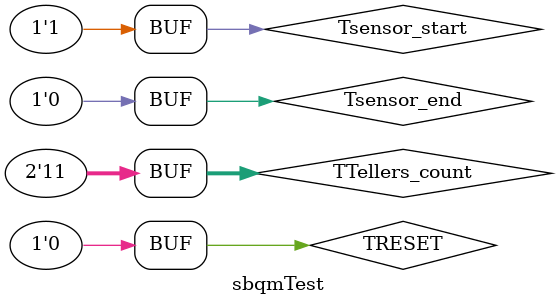
<source format=v>
`timescale 1s/1s
module sbqmTest
();
reg Tsensor_start, Tsensor_end, TRESET;
reg [1:0] TTellers_count;
wire TFull_flag, TEmpty_flag;
wire [2:0] TPeople_count;
wire [4:0] TWaitTime;

SBqM test(
    .sensor_start(Tsensor_start),
    .sensor_end(Tsensor_end),
    .RESET(TRESET),
    .Tellers_count(TTellers_count),
    .Full_flag(TFull_flag),
    .Empty_flag(TEmpty_flag),
    .People_count(TPeople_count),
    .WaitTime(TWaitTime)
);
initial begin
    TRESET = 1'b0; // Empty Flag =1 , pcount =0
    Tsensor_end = 1'b1;
    Tsensor_start = 1'b1; 
    TTellers_count =2'b00;

    //all possible values in case of Tcount= 01 (1)

    #5
    TRESET = 1'b1;
    TTellers_count = 2'b01;
    Tsensor_end = 1'b1;
    Tsensor_start = 1'b1; // stays at zero displaying message that system is ready
    #5
    Tsensor_start = 1'b0; // pcount increments by 1 becomes => 1
    #5
    Tsensor_start = 1'b1;
    #5
    Tsensor_start = 1'b0; // pcount increments by 1 becomes => 2
    #5
    Tsensor_start = 1'b1;
    #5
    Tsensor_start = 1'b0; // pcount increments by 1 becomes => 3
    #5
    Tsensor_start = 1'b1;
    #5
    Tsensor_start = 1'b0; // pcount increments by 1 becomes => 4
    #5
    Tsensor_start = 1'b1;
    #5
    Tsensor_start = 1'b0; // pcount increments by 1 becomes => 5
    #5
    Tsensor_start = 1'b1;
    #5
    Tsensor_start = 1'b0; // pcount increments by 1 becomes => 6
    #5
    Tsensor_start = 1'b1;
    #5
    Tsensor_start = 1'b0; // pcount increments by 1 becomes => 7
    #5
    Tsensor_start = 1'b1;
    #5
    Tsensor_start = 1'b0; // pcount stays at 7 with warning message and Full Flag = 1
    #5
    Tsensor_start = 1'b1;
    #5
    Tsensor_end = 1'b0; // pcount decrements by 1 becomes => 6
    #5
    Tsensor_end = 1'b1;
    #5
    Tsensor_end = 1'b0; // pcount decrements by 1 becomes => 5
    #5
    Tsensor_end = 1'b1;
    #5
    Tsensor_end = 1'b0; // pcount decrements by 1 becomes => 4
    #5
    Tsensor_end = 1'b1;
    #5
    Tsensor_end = 1'b0; // pcount decrements by 1 becomes => 3
    #5
    Tsensor_end = 1'b1;
    #5
    Tsensor_end = 1'b0; // pcount decrements by 1 becomes => 2
    #5
    Tsensor_end = 1'b1;
    #5
    Tsensor_end = 1'b0; // pcount decrements by 1 becomes => 1
    #5
    Tsensor_end = 1'b1;
    #5
    Tsensor_end = 1'b0; // pcount decrements by 1 becomes => 0
    #5
    Tsensor_end = 1'b1;
    #5
    Tsensor_end = 1'b0; // pcount stays at 0, pops up mesaage indicates that the queue is empty, Empty flag=1 
    #5
    TRESET = 1'b0; //resets the system again > Pcount=0, full flag=0, empty flag=1
    Tsensor_end = 1'b1;
    Tsensor_start = 1'b1;
    #5

    //all possible values in case of Tcount= 10 (2)

    TRESET = 1'b1;
    TTellers_count = 2'b10;
    Tsensor_end = 1'b1;
    Tsensor_start = 1'b1; // stays at zero displaying message that system is ready
    #5
    Tsensor_start = 1'b0; // pcount increments by 1 becomes => 1
    #5
    Tsensor_start = 1'b1;
    #5
    Tsensor_start = 1'b0; // pcount increments by 1 becomes => 2
    #5
    Tsensor_start = 1'b1;
    #5
    Tsensor_start = 1'b0; // pcount increments by 1 becomes => 3
    #5
    Tsensor_start = 1'b1;
    #5
    Tsensor_start = 1'b0; // pcount increments by 1 becomes => 4
    #5
    Tsensor_start = 1'b1;
    #5
    Tsensor_start = 1'b0; // pcount increments by 1 becomes => 5
    #5
    Tsensor_start = 1'b1;
    #5
    Tsensor_start = 1'b0; // pcount increments by 1 becomes => 6
    #5
    Tsensor_start = 1'b1;
    #5
    Tsensor_start = 1'b0; // pcount increments by 1 becomes => 7
    #5
    Tsensor_start = 1'b1;
    #5
    Tsensor_start = 1'b0; // pcount stays at 7 with warning message and Full Flag = 1
    #5
    Tsensor_start = 1'b1;
    #5
    Tsensor_end = 1'b0; // pcount decrements by 1 becomes => 6
    #5
    Tsensor_end = 1'b1;
    #5
    Tsensor_end = 1'b0; // pcount decrements by 1 becomes => 5
    #5
    Tsensor_end = 1'b1;
    #5
    Tsensor_end = 1'b0; // pcount decrements by 1 becomes => 4
    #5
    Tsensor_end = 1'b1;
    #5
    Tsensor_end = 1'b0; // pcount decrements by 1 becomes => 3
    #5
    Tsensor_end = 1'b1;
    #5
    Tsensor_end = 1'b0; // pcount decrements by 1 becomes => 2
    #5
    Tsensor_end = 1'b1;
    #5
    Tsensor_end = 1'b0; // pcount decrements by 1 becomes => 1
    #5
    Tsensor_end = 1'b1;
    #5
    Tsensor_end = 1'b0; // pcount decrements by 1 becomes => 0
    #5
    Tsensor_end = 1'b1;
    #5
    Tsensor_end = 1'b0; // pcount stays at 0, pops up mesaage indicates that the queue is empty, Empty flag=1 
    #5
    TRESET = 1'b0; //resets the system again > Pcount=0, full flag=0, empty flag=1
    Tsensor_end = 1'b1;
    Tsensor_start = 1'b1;
    #5

    //all possible values in case of Tcount= 11 (3)

    TRESET = 1'b1;
    TTellers_count = 2'b11;
    Tsensor_end = 1'b1;
    Tsensor_start = 1'b1; // stays at zero displaying message that system is ready
    #5
    Tsensor_start = 1'b0; // pcount increments by 1 becomes => 1
    #5
    Tsensor_start = 1'b1;
    #5
    Tsensor_start = 1'b0; // pcount increments by 1 becomes => 2
    #5
    Tsensor_start = 1'b1;
    #5
    Tsensor_start = 1'b0; // pcount increments by 1 becomes => 3
    #5
    Tsensor_start = 1'b1;
    #5
    Tsensor_start = 1'b0; // pcount increments by 1 becomes => 4
    #5
    Tsensor_start = 1'b1;
    #5
    Tsensor_start = 1'b0; // pcount increments by 1 becomes => 5
    #5
    Tsensor_start = 1'b1;
    #5
    Tsensor_start = 1'b0; // pcount increments by 1 becomes => 6
    #5
    Tsensor_start = 1'b1;
    #5
    Tsensor_start = 1'b0; // pcount increments by 1 becomes => 7
    #5
    Tsensor_start = 1'b1;
    #5
    Tsensor_start = 1'b0; // pcount stays at 7 with warning message and Full Flag = 1
    #5
    Tsensor_start = 1'b1;
    #5
    Tsensor_end = 1'b0; // pcount decrements by 1 becomes => 6
    #5
    Tsensor_end = 1'b1;
    #5
    Tsensor_end = 1'b0; // pcount decrements by 1 becomes => 5
    #5
    Tsensor_end = 1'b1;
    #5
    Tsensor_end = 1'b0; // pcount decrements by 1 becomes => 4
    #5
    Tsensor_end = 1'b1;
    #5
    Tsensor_end = 1'b0; // pcount decrements by 1 becomes => 3
    #5
    Tsensor_end = 1'b1;
    #5
    Tsensor_end = 1'b0; // pcount decrements by 1 becomes => 2
    #5
    Tsensor_end = 1'b1;
    #5
    Tsensor_end = 1'b0; // pcount decrements by 1 becomes => 1
    #5
    Tsensor_end = 1'b1;
    #5
    Tsensor_end = 1'b0; // pcount decrements by 1 becomes => 0
    #5
    Tsensor_end = 1'b1;
    #5
    Tsensor_end = 1'b0; // pcount stays at 0, pops up mesaage indicates that the queue is empty, Empty flag=1 
    #5
    TRESET = 1'b0; //resets the system again > Pcount=0, full flag=0, empty flag=1

end
    

endmodule
</source>
